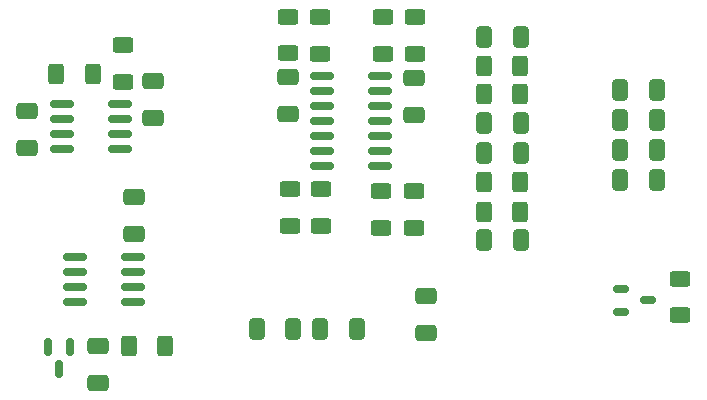
<source format=gbr>
%TF.GenerationSoftware,KiCad,Pcbnew,6.0.11-2627ca5db0~126~ubuntu20.04.1*%
%TF.CreationDate,2024-07-26T13:52:13-06:00*%
%TF.ProjectId,red-pitaya-pwm-shield,7265642d-7069-4746-9179-612d70776d2d,rev?*%
%TF.SameCoordinates,Original*%
%TF.FileFunction,Paste,Top*%
%TF.FilePolarity,Positive*%
%FSLAX46Y46*%
G04 Gerber Fmt 4.6, Leading zero omitted, Abs format (unit mm)*
G04 Created by KiCad (PCBNEW 6.0.11-2627ca5db0~126~ubuntu20.04.1) date 2024-07-26 13:52:13*
%MOMM*%
%LPD*%
G01*
G04 APERTURE LIST*
G04 Aperture macros list*
%AMRoundRect*
0 Rectangle with rounded corners*
0 $1 Rounding radius*
0 $2 $3 $4 $5 $6 $7 $8 $9 X,Y pos of 4 corners*
0 Add a 4 corners polygon primitive as box body*
4,1,4,$2,$3,$4,$5,$6,$7,$8,$9,$2,$3,0*
0 Add four circle primitives for the rounded corners*
1,1,$1+$1,$2,$3*
1,1,$1+$1,$4,$5*
1,1,$1+$1,$6,$7*
1,1,$1+$1,$8,$9*
0 Add four rect primitives between the rounded corners*
20,1,$1+$1,$2,$3,$4,$5,0*
20,1,$1+$1,$4,$5,$6,$7,0*
20,1,$1+$1,$6,$7,$8,$9,0*
20,1,$1+$1,$8,$9,$2,$3,0*%
G04 Aperture macros list end*
%ADD10RoundRect,0.250000X-0.625000X0.400000X-0.625000X-0.400000X0.625000X-0.400000X0.625000X0.400000X0*%
%ADD11RoundRect,0.150000X-0.150000X0.587500X-0.150000X-0.587500X0.150000X-0.587500X0.150000X0.587500X0*%
%ADD12RoundRect,0.250000X0.625000X-0.400000X0.625000X0.400000X-0.625000X0.400000X-0.625000X-0.400000X0*%
%ADD13RoundRect,0.150000X-0.512500X-0.150000X0.512500X-0.150000X0.512500X0.150000X-0.512500X0.150000X0*%
%ADD14RoundRect,0.250000X-0.400000X-0.625000X0.400000X-0.625000X0.400000X0.625000X-0.400000X0.625000X0*%
%ADD15RoundRect,0.250000X0.400000X0.625000X-0.400000X0.625000X-0.400000X-0.625000X0.400000X-0.625000X0*%
%ADD16RoundRect,0.250000X-0.412500X-0.650000X0.412500X-0.650000X0.412500X0.650000X-0.412500X0.650000X0*%
%ADD17RoundRect,0.250000X0.650000X-0.412500X0.650000X0.412500X-0.650000X0.412500X-0.650000X-0.412500X0*%
%ADD18RoundRect,0.250000X-0.650000X0.412500X-0.650000X-0.412500X0.650000X-0.412500X0.650000X0.412500X0*%
%ADD19RoundRect,0.150000X-0.825000X-0.150000X0.825000X-0.150000X0.825000X0.150000X-0.825000X0.150000X0*%
%ADD20RoundRect,0.250000X0.412500X0.650000X-0.412500X0.650000X-0.412500X-0.650000X0.412500X-0.650000X0*%
G04 APERTURE END LIST*
D10*
%TO.C,R8*%
X84753650Y-63696450D03*
X84753650Y-66796450D03*
%TD*%
D11*
%TO.C,U2*%
X58271650Y-91613950D03*
X56371650Y-91613950D03*
X57321650Y-93488950D03*
%TD*%
D10*
%TO.C,R10*%
X79419650Y-63696450D03*
X79419650Y-66796450D03*
%TD*%
D12*
%TO.C,R4*%
X87459650Y-66796450D03*
X87459650Y-63696450D03*
%TD*%
D13*
%TO.C,Q1*%
X104907500Y-86756200D03*
X104907500Y-88656200D03*
X107182500Y-87706200D03*
%TD*%
D12*
%TO.C,R7*%
X76879650Y-81401450D03*
X76879650Y-78301450D03*
%TD*%
D14*
%TO.C,R1*%
X63238650Y-91535450D03*
X66338650Y-91535450D03*
%TD*%
D15*
%TO.C,R15*%
X96375900Y-67818000D03*
X93275900Y-67818000D03*
%TD*%
D16*
%TO.C,C16*%
X104798400Y-77470000D03*
X107923400Y-77470000D03*
%TD*%
D12*
%TO.C,R9*%
X84626650Y-81528450D03*
X84626650Y-78428450D03*
%TD*%
D15*
%TO.C,R2*%
X60167650Y-68548450D03*
X57067650Y-68548450D03*
%TD*%
D10*
%TO.C,R6*%
X76752650Y-63693450D03*
X76752650Y-66793450D03*
%TD*%
D16*
%TO.C,C18*%
X104811700Y-69900800D03*
X107936700Y-69900800D03*
%TD*%
D10*
%TO.C,R5*%
X87420650Y-78428450D03*
X87420650Y-81528450D03*
%TD*%
D16*
%TO.C,C19*%
X104799600Y-72415400D03*
X107924600Y-72415400D03*
%TD*%
%TO.C,C10*%
X93293400Y-75184000D03*
X96418400Y-75184000D03*
%TD*%
D17*
%TO.C,C5*%
X88436650Y-90469450D03*
X88436650Y-87344450D03*
%TD*%
D16*
%TO.C,C9*%
X93293400Y-82626200D03*
X96418400Y-82626200D03*
%TD*%
D15*
%TO.C,R14*%
X96375900Y-70256400D03*
X93275900Y-70256400D03*
%TD*%
D17*
%TO.C,C8*%
X87420650Y-72015950D03*
X87420650Y-68890950D03*
%TD*%
D18*
%TO.C,C1*%
X63671650Y-78923950D03*
X63671650Y-82048950D03*
%TD*%
D16*
%TO.C,C11*%
X93293400Y-72644000D03*
X96418400Y-72644000D03*
%TD*%
D12*
%TO.C,F1*%
X109931200Y-88976200D03*
X109931200Y-85876200D03*
%TD*%
D16*
%TO.C,C3*%
X74047150Y-90138450D03*
X77172150Y-90138450D03*
%TD*%
D15*
%TO.C,R13*%
X96375900Y-77647800D03*
X93275900Y-77647800D03*
%TD*%
D19*
%TO.C,U4*%
X57578650Y-71088450D03*
X57578650Y-72358450D03*
X57578650Y-73628450D03*
X57578650Y-74898450D03*
X62528650Y-74898450D03*
X62528650Y-73628450D03*
X62528650Y-72358450D03*
X62528650Y-71088450D03*
%TD*%
%TO.C,U1*%
X58656650Y-84042450D03*
X58656650Y-85312450D03*
X58656650Y-86582450D03*
X58656650Y-87852450D03*
X63606650Y-87852450D03*
X63606650Y-86582450D03*
X63606650Y-85312450D03*
X63606650Y-84042450D03*
%TD*%
D17*
%TO.C,C7*%
X76752650Y-71888950D03*
X76752650Y-68763950D03*
%TD*%
D18*
%TO.C,C15*%
X54654650Y-71646450D03*
X54654650Y-74771450D03*
%TD*%
D16*
%TO.C,C12*%
X93293400Y-65379600D03*
X96418400Y-65379600D03*
%TD*%
D10*
%TO.C,R3*%
X62720650Y-66109450D03*
X62720650Y-69209450D03*
%TD*%
D20*
%TO.C,C4*%
X82544650Y-90138450D03*
X79419650Y-90138450D03*
%TD*%
D12*
%TO.C,R11*%
X79509650Y-81377450D03*
X79509650Y-78277450D03*
%TD*%
D16*
%TO.C,C17*%
X104810700Y-74930000D03*
X107935700Y-74930000D03*
%TD*%
D18*
%TO.C,C2*%
X60623650Y-91535450D03*
X60623650Y-94660450D03*
%TD*%
%TO.C,C14*%
X65322650Y-69144950D03*
X65322650Y-72269950D03*
%TD*%
D15*
%TO.C,R12*%
X96375900Y-80238600D03*
X93275900Y-80238600D03*
%TD*%
D19*
%TO.C,U5*%
X79584650Y-68668450D03*
X79584650Y-69938450D03*
X79584650Y-71208450D03*
X79584650Y-72478450D03*
X79584650Y-73748450D03*
X79584650Y-75018450D03*
X79584650Y-76288450D03*
X84534650Y-76288450D03*
X84534650Y-75018450D03*
X84534650Y-73748450D03*
X84534650Y-72478450D03*
X84534650Y-71208450D03*
X84534650Y-69938450D03*
X84534650Y-68668450D03*
%TD*%
M02*

</source>
